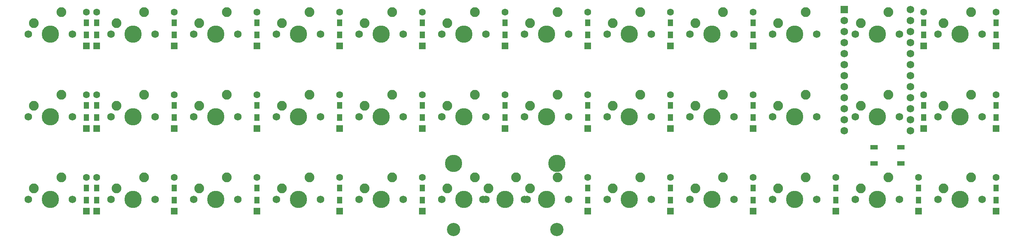
<source format=gbr>
%TF.GenerationSoftware,KiCad,Pcbnew,(5.1.9)-1*%
%TF.CreationDate,2021-06-01T10:03:10-07:00*%
%TF.ProjectId,dakkadakka,64616b6b-6164-4616-9b6b-612e6b696361,rev?*%
%TF.SameCoordinates,Original*%
%TF.FileFunction,Soldermask,Bot*%
%TF.FilePolarity,Negative*%
%FSLAX46Y46*%
G04 Gerber Fmt 4.6, Leading zero omitted, Abs format (unit mm)*
G04 Created by KiCad (PCBNEW (5.1.9)-1) date 2021-06-01 10:03:10*
%MOMM*%
%LPD*%
G01*
G04 APERTURE LIST*
%ADD10R,1.800000X1.100000*%
%ADD11C,2.250000*%
%ADD12C,3.987800*%
%ADD13C,1.750000*%
%ADD14C,3.048000*%
%ADD15R,1.600000X1.600000*%
%ADD16C,1.600000*%
%ADD17R,1.200000X1.600000*%
%ADD18C,1.752600*%
%ADD19R,1.752600X1.752600*%
G04 APERTURE END LIST*
D10*
%TO.C,RESET1*%
X245987704Y-76136003D03*
X239787704Y-76136003D03*
X245987704Y-79836003D03*
X239787704Y-79836003D03*
%TD*%
D11*
%TO.C,MX30a1*%
X157321380Y-83026324D03*
D12*
X154781380Y-88106324D03*
D11*
X150971380Y-85566324D03*
D13*
X149701380Y-88106324D03*
X159861380Y-88106324D03*
D14*
X142875130Y-95091324D03*
X166687630Y-95091324D03*
D12*
X142875130Y-79851324D03*
X166687630Y-79851324D03*
%TD*%
D11*
%TO.C,MX25*%
X52546292Y-83026324D03*
D12*
X50006292Y-88106324D03*
D11*
X46196292Y-85566324D03*
D13*
X44926292Y-88106324D03*
X55086292Y-88106324D03*
%TD*%
D15*
%TO.C,D36*%
X267890850Y-90815698D03*
D16*
X267890850Y-83015698D03*
D17*
X267890850Y-88315698D03*
X267890850Y-85515698D03*
%TD*%
D15*
%TO.C,D35*%
X250031460Y-90815698D03*
D16*
X250031460Y-83015698D03*
D17*
X250031460Y-88315698D03*
X250031460Y-85515698D03*
%TD*%
D15*
%TO.C,D34*%
X230981444Y-90815698D03*
D16*
X230981444Y-83015698D03*
D17*
X230981444Y-88315698D03*
X230981444Y-85515698D03*
%TD*%
D15*
%TO.C,D33*%
X211931428Y-90815698D03*
D16*
X211931428Y-83015698D03*
D17*
X211931428Y-88315698D03*
X211931428Y-85515698D03*
%TD*%
D15*
%TO.C,D32*%
X192881412Y-90815698D03*
D16*
X192881412Y-83015698D03*
D17*
X192881412Y-88315698D03*
X192881412Y-85515698D03*
%TD*%
D15*
%TO.C,D31*%
X173831396Y-90815698D03*
D16*
X173831396Y-83015698D03*
D17*
X173831396Y-88315698D03*
X173831396Y-85515698D03*
%TD*%
D15*
%TO.C,D30*%
X135731364Y-90815698D03*
D16*
X135731364Y-83015698D03*
D17*
X135731364Y-88315698D03*
X135731364Y-85515698D03*
%TD*%
D15*
%TO.C,D29*%
X116681348Y-90815698D03*
D16*
X116681348Y-83015698D03*
D17*
X116681348Y-88315698D03*
X116681348Y-85515698D03*
%TD*%
D15*
%TO.C,D28*%
X97631332Y-90815698D03*
D16*
X97631332Y-83015698D03*
D17*
X97631332Y-88315698D03*
X97631332Y-85515698D03*
%TD*%
D15*
%TO.C,D27*%
X78581316Y-90815698D03*
D16*
X78581316Y-83015698D03*
D17*
X78581316Y-88315698D03*
X78581316Y-85515698D03*
%TD*%
D15*
%TO.C,D26*%
X60721926Y-90815698D03*
D16*
X60721926Y-83015698D03*
D17*
X60721926Y-88315698D03*
X60721926Y-85515698D03*
%TD*%
D15*
%TO.C,D25*%
X58340674Y-90815698D03*
D16*
X58340674Y-83015698D03*
D17*
X58340674Y-88315698D03*
X58340674Y-85515698D03*
%TD*%
D15*
%TO.C,D24*%
X267890850Y-71765682D03*
D16*
X267890850Y-63965682D03*
D17*
X267890850Y-69265682D03*
X267890850Y-66465682D03*
%TD*%
D15*
%TO.C,D23*%
X251222086Y-71765682D03*
D16*
X251222086Y-63965682D03*
D17*
X251222086Y-69265682D03*
X251222086Y-66465682D03*
%TD*%
D15*
%TO.C,D22*%
X211931428Y-71765682D03*
D16*
X211931428Y-63965682D03*
D17*
X211931428Y-69265682D03*
X211931428Y-66465682D03*
%TD*%
D15*
%TO.C,D21*%
X192881412Y-71765682D03*
D16*
X192881412Y-63965682D03*
D17*
X192881412Y-69265682D03*
X192881412Y-66465682D03*
%TD*%
D15*
%TO.C,D20*%
X173831396Y-71765682D03*
D16*
X173831396Y-63965682D03*
D17*
X173831396Y-69265682D03*
X173831396Y-66465682D03*
%TD*%
D15*
%TO.C,D19*%
X154781380Y-71765682D03*
D16*
X154781380Y-63965682D03*
D17*
X154781380Y-69265682D03*
X154781380Y-66465682D03*
%TD*%
D15*
%TO.C,D18*%
X135731364Y-71765682D03*
D16*
X135731364Y-63965682D03*
D17*
X135731364Y-69265682D03*
X135731364Y-66465682D03*
%TD*%
D15*
%TO.C,D17*%
X116681348Y-71765682D03*
D16*
X116681348Y-63965682D03*
D17*
X116681348Y-69265682D03*
X116681348Y-66465682D03*
%TD*%
D15*
%TO.C,D16*%
X97631332Y-71765682D03*
D16*
X97631332Y-63965682D03*
D17*
X97631332Y-69265682D03*
X97631332Y-66465682D03*
%TD*%
D15*
%TO.C,D15*%
X78581316Y-71765682D03*
D16*
X78581316Y-63965682D03*
D17*
X78581316Y-69265682D03*
X78581316Y-66465682D03*
%TD*%
D15*
%TO.C,D14*%
X60721926Y-71765682D03*
D16*
X60721926Y-63965682D03*
D17*
X60721926Y-69265682D03*
X60721926Y-66465682D03*
%TD*%
D15*
%TO.C,D13*%
X58340674Y-71765682D03*
D16*
X58340674Y-63965682D03*
D17*
X58340674Y-69265682D03*
X58340674Y-66465682D03*
%TD*%
D15*
%TO.C,D12*%
X267890850Y-52715666D03*
D16*
X267890850Y-44915666D03*
D17*
X267890850Y-50215666D03*
X267890850Y-47415666D03*
%TD*%
D15*
%TO.C,D11*%
X251222086Y-52715666D03*
D16*
X251222086Y-44915666D03*
D17*
X251222086Y-50215666D03*
X251222086Y-47415666D03*
%TD*%
D15*
%TO.C,D10*%
X211931428Y-52715666D03*
D16*
X211931428Y-44915666D03*
D17*
X211931428Y-50215666D03*
X211931428Y-47415666D03*
%TD*%
D15*
%TO.C,D9*%
X192881412Y-52715666D03*
D16*
X192881412Y-44915666D03*
D17*
X192881412Y-50215666D03*
X192881412Y-47415666D03*
%TD*%
D15*
%TO.C,D8*%
X173831396Y-52715666D03*
D16*
X173831396Y-44915666D03*
D17*
X173831396Y-50215666D03*
X173831396Y-47415666D03*
%TD*%
D15*
%TO.C,D7*%
X154781380Y-52715666D03*
D16*
X154781380Y-44915666D03*
D17*
X154781380Y-50215666D03*
X154781380Y-47415666D03*
%TD*%
D15*
%TO.C,D6*%
X135731364Y-52715666D03*
D16*
X135731364Y-44915666D03*
D17*
X135731364Y-50215666D03*
X135731364Y-47415666D03*
%TD*%
D15*
%TO.C,D5*%
X116681348Y-52715666D03*
D16*
X116681348Y-44915666D03*
D17*
X116681348Y-50215666D03*
X116681348Y-47415666D03*
%TD*%
D15*
%TO.C,D4*%
X97631332Y-52715666D03*
D16*
X97631332Y-44915666D03*
D17*
X97631332Y-50215666D03*
X97631332Y-47415666D03*
%TD*%
D15*
%TO.C,D3*%
X78581316Y-52715666D03*
D16*
X78581316Y-44915666D03*
D17*
X78581316Y-50215666D03*
X78581316Y-47415666D03*
%TD*%
D15*
%TO.C,D2*%
X60721926Y-52715666D03*
D16*
X60721926Y-44915666D03*
D17*
X60721926Y-50215666D03*
X60721926Y-47415666D03*
%TD*%
D15*
%TO.C,D1*%
X58340674Y-52715666D03*
D16*
X58340674Y-44915666D03*
D17*
X58340674Y-50215666D03*
X58340674Y-47415666D03*
%TD*%
D18*
%TO.C,PM1*%
X248126452Y-44370674D03*
X232886452Y-72310674D03*
X248126452Y-46910674D03*
X248126452Y-49450674D03*
X248126452Y-51990674D03*
X248126452Y-54530674D03*
X248126452Y-57070674D03*
X248126452Y-59610674D03*
X248126452Y-62150674D03*
X248126452Y-64690674D03*
X248126452Y-67230674D03*
X248126452Y-69770674D03*
X248126452Y-72310674D03*
X232886452Y-69770674D03*
X232886452Y-67230674D03*
X232886452Y-64690674D03*
X232886452Y-62150674D03*
X232886452Y-59610674D03*
X232886452Y-57070674D03*
X232886452Y-54530674D03*
X232886452Y-51990674D03*
X232886452Y-49450674D03*
X232886452Y-46910674D03*
D19*
X232886452Y-44370674D03*
%TD*%
D11*
%TO.C,MX36*%
X262096468Y-83026324D03*
D12*
X259556468Y-88106324D03*
D11*
X255746468Y-85566324D03*
D13*
X254476468Y-88106324D03*
X264636468Y-88106324D03*
%TD*%
D11*
%TO.C,MX35*%
X243046452Y-83026324D03*
D12*
X240506452Y-88106324D03*
D11*
X236696452Y-85566324D03*
D13*
X235426452Y-88106324D03*
X245586452Y-88106324D03*
%TD*%
D11*
%TO.C,MX34*%
X223996436Y-83026324D03*
D12*
X221456436Y-88106324D03*
D11*
X217646436Y-85566324D03*
D13*
X216376436Y-88106324D03*
X226536436Y-88106324D03*
%TD*%
D11*
%TO.C,MX33*%
X204946420Y-83026324D03*
D12*
X202406420Y-88106324D03*
D11*
X198596420Y-85566324D03*
D13*
X197326420Y-88106324D03*
X207486420Y-88106324D03*
%TD*%
D11*
%TO.C,MX32*%
X185896404Y-83026324D03*
D12*
X183356404Y-88106324D03*
D11*
X179546404Y-85566324D03*
D13*
X178276404Y-88106324D03*
X188436404Y-88106324D03*
%TD*%
D11*
%TO.C,MX31*%
X166846388Y-83026324D03*
D12*
X164306388Y-88106324D03*
D11*
X160496388Y-85566324D03*
D13*
X159226388Y-88106324D03*
X169386388Y-88106324D03*
%TD*%
D11*
%TO.C,MX30*%
X147796372Y-83026324D03*
D12*
X145256372Y-88106324D03*
D11*
X141446372Y-85566324D03*
D13*
X140176372Y-88106324D03*
X150336372Y-88106324D03*
%TD*%
D11*
%TO.C,MX29*%
X128746356Y-83026324D03*
D12*
X126206356Y-88106324D03*
D11*
X122396356Y-85566324D03*
D13*
X121126356Y-88106324D03*
X131286356Y-88106324D03*
%TD*%
D11*
%TO.C,MX28*%
X109696340Y-83026324D03*
D12*
X107156340Y-88106324D03*
D11*
X103346340Y-85566324D03*
D13*
X102076340Y-88106324D03*
X112236340Y-88106324D03*
%TD*%
D11*
%TO.C,MX27*%
X90646324Y-83026324D03*
D12*
X88106324Y-88106324D03*
D11*
X84296324Y-85566324D03*
D13*
X83026324Y-88106324D03*
X93186324Y-88106324D03*
%TD*%
D11*
%TO.C,MX26*%
X71596308Y-83026324D03*
D12*
X69056308Y-88106324D03*
D11*
X65246308Y-85566324D03*
D13*
X63976308Y-88106324D03*
X74136308Y-88106324D03*
%TD*%
D11*
%TO.C,MX24*%
X262096468Y-63976308D03*
D12*
X259556468Y-69056308D03*
D11*
X255746468Y-66516308D03*
D13*
X254476468Y-69056308D03*
X264636468Y-69056308D03*
%TD*%
D11*
%TO.C,MX23*%
X243046452Y-63976308D03*
D12*
X240506452Y-69056308D03*
D11*
X236696452Y-66516308D03*
D13*
X235426452Y-69056308D03*
X245586452Y-69056308D03*
%TD*%
D11*
%TO.C,MX22*%
X223996436Y-63976308D03*
D12*
X221456436Y-69056308D03*
D11*
X217646436Y-66516308D03*
D13*
X216376436Y-69056308D03*
X226536436Y-69056308D03*
%TD*%
D11*
%TO.C,MX21*%
X204946420Y-63976308D03*
D12*
X202406420Y-69056308D03*
D11*
X198596420Y-66516308D03*
D13*
X197326420Y-69056308D03*
X207486420Y-69056308D03*
%TD*%
D11*
%TO.C,MX20*%
X185896404Y-63976308D03*
D12*
X183356404Y-69056308D03*
D11*
X179546404Y-66516308D03*
D13*
X178276404Y-69056308D03*
X188436404Y-69056308D03*
%TD*%
D11*
%TO.C,MX19*%
X166846388Y-63976308D03*
D12*
X164306388Y-69056308D03*
D11*
X160496388Y-66516308D03*
D13*
X159226388Y-69056308D03*
X169386388Y-69056308D03*
%TD*%
D11*
%TO.C,MX18*%
X147796372Y-63976308D03*
D12*
X145256372Y-69056308D03*
D11*
X141446372Y-66516308D03*
D13*
X140176372Y-69056308D03*
X150336372Y-69056308D03*
%TD*%
D11*
%TO.C,MX17*%
X128746356Y-63976308D03*
D12*
X126206356Y-69056308D03*
D11*
X122396356Y-66516308D03*
D13*
X121126356Y-69056308D03*
X131286356Y-69056308D03*
%TD*%
D11*
%TO.C,MX16*%
X109696340Y-63976308D03*
D12*
X107156340Y-69056308D03*
D11*
X103346340Y-66516308D03*
D13*
X102076340Y-69056308D03*
X112236340Y-69056308D03*
%TD*%
D11*
%TO.C,MX15*%
X90646324Y-63976308D03*
D12*
X88106324Y-69056308D03*
D11*
X84296324Y-66516308D03*
D13*
X83026324Y-69056308D03*
X93186324Y-69056308D03*
%TD*%
D11*
%TO.C,MX14*%
X71596308Y-63976308D03*
D12*
X69056308Y-69056308D03*
D11*
X65246308Y-66516308D03*
D13*
X63976308Y-69056308D03*
X74136308Y-69056308D03*
%TD*%
D11*
%TO.C,MX13*%
X52546292Y-63976308D03*
D12*
X50006292Y-69056308D03*
D11*
X46196292Y-66516308D03*
D13*
X44926292Y-69056308D03*
X55086292Y-69056308D03*
%TD*%
D11*
%TO.C,MX12*%
X262096468Y-44926292D03*
D12*
X259556468Y-50006292D03*
D11*
X255746468Y-47466292D03*
D13*
X254476468Y-50006292D03*
X264636468Y-50006292D03*
%TD*%
D11*
%TO.C,MX11*%
X243046452Y-44926292D03*
D12*
X240506452Y-50006292D03*
D11*
X236696452Y-47466292D03*
D13*
X235426452Y-50006292D03*
X245586452Y-50006292D03*
%TD*%
D11*
%TO.C,MX10*%
X223996436Y-44926292D03*
D12*
X221456436Y-50006292D03*
D11*
X217646436Y-47466292D03*
D13*
X216376436Y-50006292D03*
X226536436Y-50006292D03*
%TD*%
D11*
%TO.C,MX9*%
X204946420Y-44926292D03*
D12*
X202406420Y-50006292D03*
D11*
X198596420Y-47466292D03*
D13*
X197326420Y-50006292D03*
X207486420Y-50006292D03*
%TD*%
D11*
%TO.C,MX8*%
X185896404Y-44926292D03*
D12*
X183356404Y-50006292D03*
D11*
X179546404Y-47466292D03*
D13*
X178276404Y-50006292D03*
X188436404Y-50006292D03*
%TD*%
D11*
%TO.C,MX7*%
X166846388Y-44926292D03*
D12*
X164306388Y-50006292D03*
D11*
X160496388Y-47466292D03*
D13*
X159226388Y-50006292D03*
X169386388Y-50006292D03*
%TD*%
D11*
%TO.C,MX6*%
X147796372Y-44926292D03*
D12*
X145256372Y-50006292D03*
D11*
X141446372Y-47466292D03*
D13*
X140176372Y-50006292D03*
X150336372Y-50006292D03*
%TD*%
D11*
%TO.C,MX5*%
X128746356Y-44926292D03*
D12*
X126206356Y-50006292D03*
D11*
X122396356Y-47466292D03*
D13*
X121126356Y-50006292D03*
X131286356Y-50006292D03*
%TD*%
D11*
%TO.C,MX4*%
X109696340Y-44926292D03*
D12*
X107156340Y-50006292D03*
D11*
X103346340Y-47466292D03*
D13*
X102076340Y-50006292D03*
X112236340Y-50006292D03*
%TD*%
D11*
%TO.C,MX3*%
X90646324Y-44926292D03*
D12*
X88106324Y-50006292D03*
D11*
X84296324Y-47466292D03*
D13*
X83026324Y-50006292D03*
X93186324Y-50006292D03*
%TD*%
D11*
%TO.C,MX2*%
X71596308Y-44926292D03*
D12*
X69056308Y-50006292D03*
D11*
X65246308Y-47466292D03*
D13*
X63976308Y-50006292D03*
X74136308Y-50006292D03*
%TD*%
D11*
%TO.C,MX1*%
X52546292Y-44926292D03*
D12*
X50006292Y-50006292D03*
D11*
X46196292Y-47466292D03*
D13*
X44926292Y-50006292D03*
X55086292Y-50006292D03*
%TD*%
M02*

</source>
